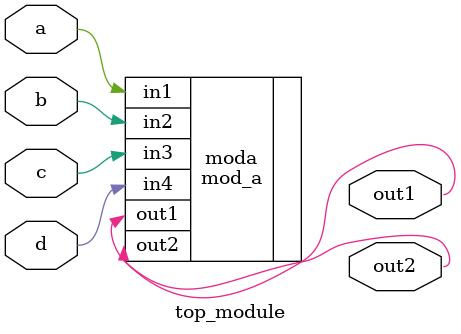
<source format=v>
module top_module ( 
    input a, 
    input b, 
    input c,
    input d,
    output out1,
    output out2
);

mod_a moda(.out1(out1),.out2(out2),.in1(a),.in2(b),.in3(c),.in4(d));





endmodule

</source>
